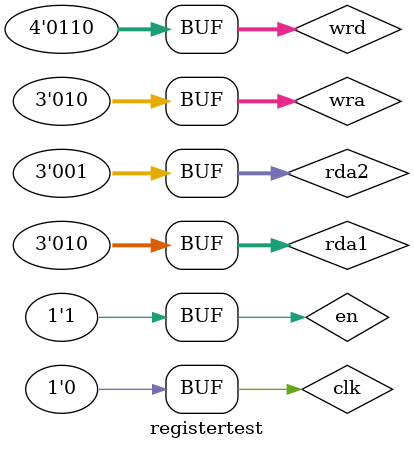
<source format=sv>
`timescale 1ns / 1ps


module registertest();
logic [2:0] rda1;
logic [2:0] rda2;
logic [2:0] wra;
logic [3:0] wrd;
logic en;
logic clk;
logic [3:0] rdd1;
logic [3:0] rdd2;

register dut(rda1,rda2,wra,wrd,en,clk,rdd1,rdd2);

always
        begin 
            clk <= 1; #50;
            clk <= 0; #50;
        end
        
initial begin
rda1 <= 3'b001; rda2 <= 3'b000; wra <= 3'b001; wrd <= 4'b0101; en <= 1; #50; #50;
wrd <= 4'b0111; #50; #50;
rda1 <= 3'b010; rda2 <= 3'b001; wra <= 3'b010; wrd <= 4'b0110; en <= 1; #50; #50;
end
endmodule

</source>
